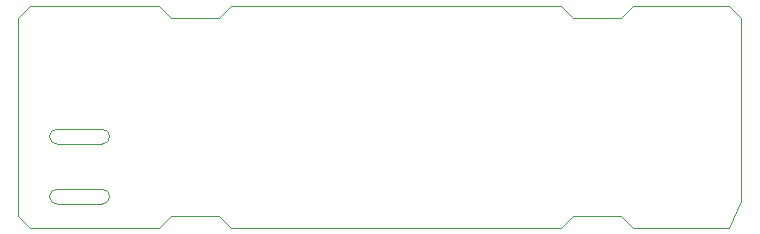
<source format=gbr>
%TF.GenerationSoftware,KiCad,Pcbnew,7.0.5*%
%TF.CreationDate,2023-09-07T09:14:09-04:00*%
%TF.ProjectId,NB1,4e42312e-6b69-4636-9164-5f7063625858,rev?*%
%TF.SameCoordinates,Original*%
%TF.FileFunction,Profile,NP*%
%FSLAX46Y46*%
G04 Gerber Fmt 4.6, Leading zero omitted, Abs format (unit mm)*
G04 Created by KiCad (PCBNEW 7.0.5) date 2023-09-07 09:14:09*
%MOMM*%
%LPD*%
G01*
G04 APERTURE LIST*
%TA.AperFunction,Profile*%
%ADD10C,0.050000*%
%TD*%
G04 APERTURE END LIST*
D10*
X124980085Y-107285652D02*
G75*
G03*
X124980085Y-106015652I0J635000D01*
G01*
X121170085Y-111095652D02*
G75*
G03*
X121170085Y-112365652I0J-635000D01*
G01*
X121170085Y-106015652D02*
X124980085Y-106015652D01*
X121170085Y-111095652D02*
X124980085Y-111095652D01*
X124980085Y-112365652D02*
X121170085Y-112365652D01*
X121170085Y-106015652D02*
G75*
G03*
X121170085Y-107285652I0J-635000D01*
G01*
X124980085Y-107285652D02*
X121170085Y-107285652D01*
X124980085Y-112365652D02*
G75*
G03*
X124980085Y-111095652I0J635000D01*
G01*
X179108100Y-96621600D02*
X178092100Y-95605600D01*
X164884100Y-96621600D02*
X163868100Y-95605600D01*
X164884100Y-113385600D02*
X163868100Y-114401600D01*
X118910100Y-95605600D02*
X117894100Y-96621600D01*
X135928100Y-114401600D02*
X163868100Y-114401600D01*
X130848100Y-96621600D02*
X134912100Y-96621600D01*
X130848100Y-113385600D02*
X134912100Y-113385600D01*
X129832100Y-95605600D02*
X118910100Y-95605600D01*
X134912100Y-96621600D02*
X135928100Y-95605600D01*
X169964100Y-114401600D02*
X178092100Y-114401600D01*
X168948100Y-113385600D02*
X169964100Y-114401600D01*
X179108100Y-112115600D02*
X179108100Y-96621600D01*
X134912100Y-113385600D02*
X135928100Y-114401600D01*
X129832100Y-95605600D02*
X130848100Y-96621600D01*
X130848100Y-113385600D02*
X129832100Y-114401600D01*
X164884100Y-113385600D02*
X168948100Y-113385600D01*
X163868100Y-95605600D02*
X135928100Y-95605600D01*
X178092100Y-114401600D02*
X179108100Y-112115600D01*
X178092100Y-95605600D02*
X169964100Y-95605600D01*
X117894100Y-113385600D02*
X118910100Y-114401600D01*
X118910100Y-114401600D02*
X129832100Y-114401600D01*
X164884100Y-96621600D02*
X168948100Y-96621600D01*
X168948100Y-96621600D02*
X169964100Y-95605600D01*
X117894100Y-96621600D02*
X117894100Y-113385600D01*
M02*

</source>
